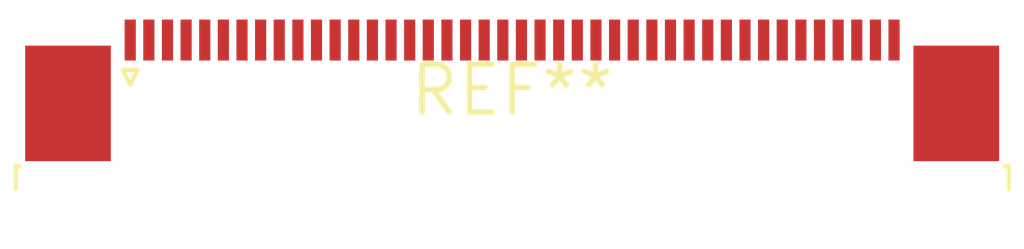
<source format=kicad_pcb>
(kicad_pcb (version 20240108) (generator pcbnew)
  (layers (0 "F.Cu" signal) (31 "B.Cu" signal) (34 "B.Paste" user) (35 "F.Paste" user) (36 "B.SilkS" user "B.Silkscreen") (37 "F.SilkS" user "F.Silkscreen") (38 "B.Mask" user) (39 "F.Mask" user) (44 "Edge.Cuts" user))
  (net 0 "")
  (footprint "TE_4-1734839-2_1x42-1MP_P0.5mm_Horizontal" (layer "F.Cu") (at 0 0)
    (property "Reference" "REF**")
    (property "Value" "PCB Edge")
    (fp_line (start -13.325 2.04) (end -13.325 2.64) (layer "F.SilkS") (stroke (width 0.12)))
    (fp_line (start -13.215 2.04) (end -13.325 2.04) (layer "F.SilkS") (stroke (width 0.12)))
    (fp_line (start -10.45 -0.55) (end -10.25 -0.15) (layer "F.SilkS") (stroke (width 0.12)))
    (fp_line (start -10.25 -0.15) (end -10.05 -0.55) (layer "F.SilkS") (stroke (width 0.12)))
    (fp_line (start -10.05 -0.55) (end -10.45 -0.55) (layer "F.SilkS") (stroke (width 0.12)))
    (fp_line (start 13.215 2.04) (end 13.325 2.04) (layer "F.SilkS") (stroke (width 0.12)))
    (fp_line (start 13.325 2.04) (end 13.325 2.64) (layer "F.SilkS") (stroke (width 0.12)))
    (pad "1" smd rect (at -10.25 -1.35) (size 0.3 1.1) (layers "F.Cu" "F.Paste" "F.Mask"))
    (pad "2" smd rect (at -9.75 -1.35) (size 0.3 1.1) (layers "F.Cu" "F.Paste" "F.Mask"))
    (pad "3" smd rect (at -9.25 -1.35) (size 0.3 1.1) (layers "F.Cu" "F.Paste" "F.Mask"))
    (pad "4" smd rect (at -8.75 -1.35) (size 0.3 1.1) (layers "F.Cu" "F.Paste" "F.Mask"))
    (pad "5" smd rect (at -8.25 -1.35) (size 0.3 1.1) (layers "F.Cu" "F.Paste" "F.Mask"))
    (pad "6" smd rect (at -7.75 -1.35) (size 0.3 1.1) (layers "F.Cu" "F.Paste" "F.Mask"))
    (pad "7" smd rect (at -7.25 -1.35) (size 0.3 1.1) (layers "F.Cu" "F.Paste" "F.Mask"))
    (pad "8" smd rect (at -6.75 -1.35) (size 0.3 1.1) (layers "F.Cu" "F.Paste" "F.Mask"))
    (pad "9" smd rect (at -6.25 -1.35) (size 0.3 1.1) (layers "F.Cu" "F.Paste" "F.Mask"))
    (pad "10" smd rect (at -5.75 -1.35) (size 0.3 1.1) (layers "F.Cu" "F.Paste" "F.Mask"))
    (pad "11" smd rect (at -5.25 -1.35) (size 0.3 1.1) (layers "F.Cu" "F.Paste" "F.Mask"))
    (pad "12" smd rect (at -4.75 -1.35) (size 0.3 1.1) (layers "F.Cu" "F.Paste" "F.Mask"))
    (pad "13" smd rect (at -4.25 -1.35) (size 0.3 1.1) (layers "F.Cu" "F.Paste" "F.Mask"))
    (pad "14" smd rect (at -3.75 -1.35) (size 0.3 1.1) (layers "F.Cu" "F.Paste" "F.Mask"))
    (pad "15" smd rect (at -3.25 -1.35) (size 0.3 1.1) (layers "F.Cu" "F.Paste" "F.Mask"))
    (pad "16" smd rect (at -2.75 -1.35) (size 0.3 1.1) (layers "F.Cu" "F.Paste" "F.Mask"))
    (pad "17" smd rect (at -2.25 -1.35) (size 0.3 1.1) (layers "F.Cu" "F.Paste" "F.Mask"))
    (pad "18" smd rect (at -1.75 -1.35) (size 0.3 1.1) (layers "F.Cu" "F.Paste" "F.Mask"))
    (pad "19" smd rect (at -1.25 -1.35) (size 0.3 1.1) (layers "F.Cu" "F.Paste" "F.Mask"))
    (pad "20" smd rect (at -0.75 -1.35) (size 0.3 1.1) (layers "F.Cu" "F.Paste" "F.Mask"))
    (pad "21" smd rect (at -0.25 -1.35) (size 0.3 1.1) (layers "F.Cu" "F.Paste" "F.Mask"))
    (pad "22" smd rect (at 0.25 -1.35) (size 0.3 1.1) (layers "F.Cu" "F.Paste" "F.Mask"))
    (pad "23" smd rect (at 0.75 -1.35) (size 0.3 1.1) (layers "F.Cu" "F.Paste" "F.Mask"))
    (pad "24" smd rect (at 1.25 -1.35) (size 0.3 1.1) (layers "F.Cu" "F.Paste" "F.Mask"))
    (pad "25" smd rect (at 1.75 -1.35) (size 0.3 1.1) (layers "F.Cu" "F.Paste" "F.Mask"))
    (pad "26" smd rect (at 2.25 -1.35) (size 0.3 1.1) (layers "F.Cu" "F.Paste" "F.Mask"))
    (pad "27" smd rect (at 2.75 -1.35) (size 0.3 1.1) (layers "F.Cu" "F.Paste" "F.Mask"))
    (pad "28" smd rect (at 3.25 -1.35) (size 0.3 1.1) (layers "F.Cu" "F.Paste" "F.Mask"))
    (pad "29" smd rect (at 3.75 -1.35) (size 0.3 1.1) (layers "F.Cu" "F.Paste" "F.Mask"))
    (pad "30" smd rect (at 4.25 -1.35) (size 0.3 1.1) (layers "F.Cu" "F.Paste" "F.Mask"))
    (pad "31" smd rect (at 4.75 -1.35) (size 0.3 1.1) (layers "F.Cu" "F.Paste" "F.Mask"))
    (pad "32" smd rect (at 5.25 -1.35) (size 0.3 1.1) (layers "F.Cu" "F.Paste" "F.Mask"))
    (pad "33" smd rect (at 5.75 -1.35) (size 0.3 1.1) (layers "F.Cu" "F.Paste" "F.Mask"))
    (pad "34" smd rect (at 6.25 -1.35) (size 0.3 1.1) (layers "F.Cu" "F.Paste" "F.Mask"))
    (pad "35" smd rect (at 6.75 -1.35) (size 0.3 1.1) (layers "F.Cu" "F.Paste" "F.Mask"))
    (pad "36" smd rect (at 7.25 -1.35) (size 0.3 1.1) (layers "F.Cu" "F.Paste" "F.Mask"))
    (pad "37" smd rect (at 7.75 -1.35) (size 0.3 1.1) (layers "F.Cu" "F.Paste" "F.Mask"))
    (pad "38" smd rect (at 8.25 -1.35) (size 0.3 1.1) (layers "F.Cu" "F.Paste" "F.Mask"))
    (pad "39" smd rect (at 8.75 -1.35) (size 0.3 1.1) (layers "F.Cu" "F.Paste" "F.Mask"))
    (pad "40" smd rect (at 9.25 -1.35) (size 0.3 1.1) (layers "F.Cu" "F.Paste" "F.Mask"))
    (pad "41" smd rect (at 9.75 -1.35) (size 0.3 1.1) (layers "F.Cu" "F.Paste" "F.Mask"))
    (pad "42" smd rect (at 10.25 -1.35) (size 0.3 1.1) (layers "F.Cu" "F.Paste" "F.Mask"))
    (pad "MP" smd rect (at -11.92 0.35) (size 2.3 3.1) (layers "F.Cu" "F.Paste" "F.Mask"))
    (pad "MP" smd rect (at 11.92 0.35) (size 2.3 3.1) (layers "F.Cu" "F.Paste" "F.Mask"))
  )
)
</source>
